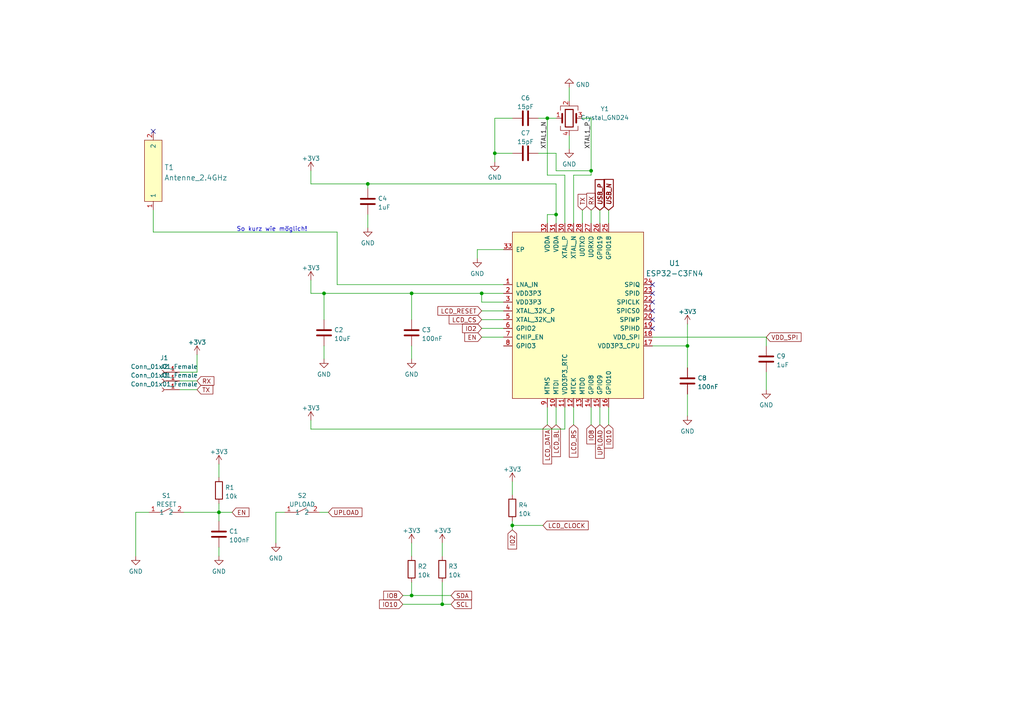
<source format=kicad_sch>
(kicad_sch (version 20211123) (generator eeschema)
  (paper "A4")
  (lib_symbols
    (symbol "01_LCSC_CUSTOM:Antenne_2.4GHz" (pin_names (offset 1.016))
      (property "Reference" "T?" (at 0 5.08 0))
      (property "Value" "Antenne_2.4GHz" (at 0 -5.08 0))
      (symbol "Antenne_2.4GHz_1_1"
        (rectangle (start -10.16 2.54) (end 7.62 -2.54) (fill (type background)))
        (pin unspecified line (at -12.7 0 0) (length 2.54) (name "1") (number "1"))
        (pin unspecified line (at 10.16 0 180) (length 2.54) (name "2") (number "2"))
      )
    )
    (symbol "01_LCSC_CUSTOM:ESP32-C3FN4" (pin_names (offset 1.016))
      (property "Reference" "U?" (at 0 31.75 0))
      (property "Value" "ESP32-C3FN4" (at 0 -31.75 0))
      (symbol "ESP32-C3FN4_1_1"
        (rectangle (start -19.05 24.13) (end 19.05 -24.13) (fill (type background)))
        (pin unspecified line (at -21.59 8.89 0) (length 2.54) (name "LNA_IN") (number "1"))
        (pin unspecified line (at -6.35 -26.67 90) (length 2.54) (name "MTDI") (number "10"))
        (pin unspecified line (at -3.81 -26.67 90) (length 2.54) (name "VDD3P3_RTC") (number "11"))
        (pin unspecified line (at -1.27 -26.67 90) (length 2.54) (name "MTCK") (number "12"))
        (pin unspecified line (at 1.27 -26.67 90) (length 2.54) (name "MTDO") (number "13"))
        (pin unspecified line (at 3.81 -26.67 90) (length 2.54) (name "GPIO8") (number "14"))
        (pin unspecified line (at 6.35 -26.67 90) (length 2.54) (name "GPIO9") (number "15"))
        (pin unspecified line (at 8.89 -26.67 90) (length 2.54) (name "GPIO10") (number "16"))
        (pin unspecified line (at 21.59 -8.89 180) (length 2.54) (name "VDD3P3_CPU") (number "17"))
        (pin unspecified line (at 21.59 -6.35 180) (length 2.54) (name "VDD_SPI") (number "18"))
        (pin unspecified line (at 21.59 -3.81 180) (length 2.54) (name "SPIHD") (number "19"))
        (pin unspecified line (at -21.59 6.35 0) (length 2.54) (name "VDD3P3") (number "2"))
        (pin unspecified line (at 21.59 -1.27 180) (length 2.54) (name "SPIWP") (number "20"))
        (pin unspecified line (at 21.59 1.27 180) (length 2.54) (name "SPICS0") (number "21"))
        (pin unspecified line (at 21.59 3.81 180) (length 2.54) (name "SPICLK") (number "22"))
        (pin unspecified line (at 21.59 6.35 180) (length 2.54) (name "SPID") (number "23"))
        (pin unspecified line (at 21.59 8.89 180) (length 2.54) (name "SPIQ") (number "24"))
        (pin unspecified line (at 8.89 26.67 270) (length 2.54) (name "GPIO18") (number "25"))
        (pin unspecified line (at 6.35 26.67 270) (length 2.54) (name "GPIO19") (number "26"))
        (pin unspecified line (at 3.81 26.67 270) (length 2.54) (name "U0RXD") (number "27"))
        (pin unspecified line (at 1.27 26.67 270) (length 2.54) (name "U0TXD") (number "28"))
        (pin unspecified line (at -1.27 26.67 270) (length 2.54) (name "XTAL_N") (number "29"))
        (pin unspecified line (at -21.59 3.81 0) (length 2.54) (name "VDD3P3") (number "3"))
        (pin unspecified line (at -3.81 26.67 270) (length 2.54) (name "XTAL_P") (number "30"))
        (pin unspecified line (at -6.35 26.67 270) (length 2.54) (name "VDDA") (number "31"))
        (pin unspecified line (at -8.89 26.67 270) (length 2.54) (name "VDDA") (number "32"))
        (pin unspecified line (at -21.59 19.05 0) (length 2.54) (name "EP") (number "33"))
        (pin unspecified line (at -21.59 1.27 0) (length 2.54) (name "XTAL_32K_P") (number "4"))
        (pin unspecified line (at -21.59 -1.27 0) (length 2.54) (name "XTAL_32K_N") (number "5"))
        (pin unspecified line (at -21.59 -3.81 0) (length 2.54) (name "GPIO2") (number "6"))
        (pin unspecified line (at -21.59 -6.35 0) (length 2.54) (name "CHIP_EN") (number "7"))
        (pin unspecified line (at -21.59 -8.89 0) (length 2.54) (name "GPIO3") (number "8"))
        (pin unspecified line (at -8.89 -26.67 90) (length 2.54) (name "MTMS") (number "9"))
      )
    )
    (symbol "Connector:Conn_01x01_Female" (pin_names (offset 1.016) hide)
      (property "Reference" "J" (at 0 2.54 0))
      (property "Value" "Conn_01x01_Female" (at 0 -2.54 0))
      (symbol "Conn_01x01_Female_1_1"
        (polyline (pts (xy -1.27 0) (xy -0.508 0)) (stroke (width 0.1524)))
        (arc (start 0 0.508) (mid -0.508 0) (end 0 -0.508) (stroke (width 0.1524)))
        (pin passive line (at -5.08 0 0) (length 3.81) (name "Pin_1") (number "1"))
      )
    )
    (symbol "Custom Integrated Circuit:Schalter_SPST_SMD"
      (property "Reference" "S" (at 0 -1.27 0))
      (property "Value" "Schalter_SPST_SMD" (at 0 3.81 0))
      (symbol "Schalter_SPST_SMD_0_1"
        (polyline (pts (xy 2.54 0) (xy 1.27 0)))
        (polyline (pts (xy -2.54 0) (xy -1.27 0) (xy 1.27 1.27)))
      )
      (symbol "Schalter_SPST_SMD_1_1"
        (pin bidirectional line (at -5.08 0 0) (length 2.54) (name "1") (number "1"))
        (pin bidirectional line (at 5.08 0 180) (length 2.54) (name "2") (number "2"))
      )
    )
    (symbol "Device:C" (pin_numbers hide) (pin_names (offset 0.254))
      (property "Reference" "C" (at 0.635 2.54 0))
      (property "Value" "C" (at 0.635 -2.54 0))
      (symbol "C_0_1"
        (polyline (pts (xy -2.032 -0.762) (xy 2.032 -0.762)) (stroke (width 0.508)))
        (polyline (pts (xy -2.032 0.762) (xy 2.032 0.762)) (stroke (width 0.508)))
      )
      (symbol "C_1_1"
        (pin passive line (at 0 3.81 270) (length 2.794) (name "~") (number "1"))
        (pin passive line (at 0 -3.81 90) (length 2.794) (name "~") (number "2"))
      )
    )
    (symbol "Device:Crystal_GND24" (pin_names (offset 1.016) hide)
      (property "Reference" "Y" (at 3.175 5.08 0))
      (property "Value" "Crystal_GND24" (at 3.175 3.175 0))
      (symbol "Crystal_GND24_0_1"
        (rectangle (start -1.143 2.54) (end 1.143 -2.54) (stroke (width 0.3048)))
        (polyline (pts (xy -2.54 0) (xy -2.032 0)))
        (polyline (pts (xy -2.032 -1.27) (xy -2.032 1.27)) (stroke (width 0.508)))
        (polyline (pts (xy 0 -3.81) (xy 0 -3.556)))
        (polyline (pts (xy 0 3.556) (xy 0 3.81)))
        (polyline (pts (xy 2.032 -1.27) (xy 2.032 1.27)) (stroke (width 0.508)))
        (polyline (pts (xy 2.032 0) (xy 2.54 0)))
        (polyline (pts (xy -2.54 -2.286) (xy -2.54 -3.556) (xy 2.54 -3.556) (xy 2.54 -2.286)))
        (polyline (pts (xy -2.54 2.286) (xy -2.54 3.556) (xy 2.54 3.556) (xy 2.54 2.286)))
      )
      (symbol "Crystal_GND24_1_1"
        (pin passive line (at -3.81 0 0) (length 1.27) (name "1") (number "1"))
        (pin passive line (at 0 5.08 270) (length 1.27) (name "2") (number "2"))
        (pin passive line (at 3.81 0 180) (length 1.27) (name "3") (number "3"))
        (pin passive line (at 0 -5.08 90) (length 1.27) (name "4") (number "4"))
      )
    )
    (symbol "Device:R" (pin_numbers hide) (pin_names (offset 0))
      (property "Reference" "R" (at 2.032 0 90))
      (property "Value" "R" (at 0 0 90))
      (symbol "R_0_1"
        (rectangle (start -1.016 -2.54) (end 1.016 2.54) (stroke (width 0.254)))
      )
      (symbol "R_1_1"
        (pin passive line (at 0 3.81 270) (length 1.27) (name "~") (number "1"))
        (pin passive line (at 0 -3.81 90) (length 1.27) (name "~") (number "2"))
      )
    )
    (symbol "power:+3V3" (power) (pin_names (offset 0))
      (property "Value" "+3V3" (at 0 3.556 0))
      (symbol "+3V3_0_1"
        (polyline (pts (xy -0.762 1.27) (xy 0 2.54)))
        (polyline (pts (xy 0 0) (xy 0 2.54)))
        (polyline (pts (xy 0 2.54) (xy 0.762 1.27)))
      )
      (symbol "+3V3_1_1"
        (pin power_in line (at 0 0 90) (length 0) hide (name "+3V3") (number "1"))
      )
    )
    (symbol "power:GND" (power) (pin_names (offset 0))
      (property "Value" "GND" (at 0 -3.81 0))
      (symbol "GND_0_1"
        (polyline (pts (xy 0 0) (xy 0 -1.27) (xy 1.27 -1.27) (xy 0 -2.54) (xy -1.27 -1.27) (xy 0 -1.27)))
      )
      (symbol "GND_1_1"
        (pin power_in line (at 0 0 270) (length 0) hide (name "GND") (number "1"))
      )
    )
  )
  (junction (at 93.98 85.09))
  (junction (at 139.7 85.09))
  (junction (at 119.38 172.72))
  (junction (at 106.68 53.34))
  (junction (at 158.75 34.29))
  (junction (at 128.27 175.26))
  (junction (at 171.45 49.53))
  (junction (at 119.38 85.09))
  (junction (at 161.29 62.23))
  (junction (at 148.59 152.4))
  (junction (at 199.39 100.33))
  (junction (at 63.5 148.59))
  (junction (at 143.51 44.45))
  (no_connect (at 189.23 82.55))
  (no_connect (at 189.23 85.09))
  (no_connect (at 189.23 87.63))
  (no_connect (at 189.23 90.17))
  (no_connect (at 189.23 92.71))
  (no_connect (at 189.23 95.25))
  (no_connect (at 44.45 38.1))
  (wire (pts (xy 158.75 50.8) (xy 163.83 50.8)))
  (wire (pts (xy 39.37 148.59) (xy 39.37 161.29)))
  (wire (pts (xy 90.17 49.53) (xy 90.17 53.34)))
  (wire (pts (xy 146.05 87.63) (xy 139.7 87.63)))
  (wire (pts (xy 139.7 85.09) (xy 146.05 85.09)))
  (wire (pts (xy 139.7 97.79) (xy 146.05 97.79)))
  (wire (pts (xy 119.38 168.91) (xy 119.38 172.72)))
  (wire (pts (xy 119.38 92.71) (xy 119.38 85.09)))
  (wire (pts (xy 93.98 92.71) (xy 93.98 85.09)))
  (wire (pts (xy 173.99 123.19) (xy 173.99 118.11)))
  (wire (pts (xy 158.75 118.11) (xy 158.75 123.19)))
  (wire (pts (xy 90.17 121.92) (xy 90.17 124.46)))
  (wire (pts (xy 161.29 49.53) (xy 171.45 49.53)))
  (wire (pts (xy 97.79 82.55) (xy 97.79 67.31)))
  (wire (pts (xy 63.5 148.59) (xy 53.34 148.59)))
  (wire (pts (xy 148.59 152.4) (xy 157.48 152.4)))
  (wire (pts (xy 158.75 34.29) (xy 158.75 50.8)))
  (wire (pts (xy 63.5 134.62) (xy 63.5 138.43)))
  (wire (pts (xy 43.18 148.59) (xy 39.37 148.59)))
  (wire (pts (xy 171.45 49.53) (xy 171.45 50.8)))
  (wire (pts (xy 92.71 148.59) (xy 95.25 148.59)))
  (wire (pts (xy 171.45 60.96) (xy 171.45 64.77)))
  (wire (pts (xy 63.5 158.75) (xy 63.5 161.29)))
  (wire (pts (xy 148.59 151.13) (xy 148.59 152.4)))
  (wire (pts (xy 161.29 118.11) (xy 161.29 123.19)))
  (wire (pts (xy 116.84 175.26) (xy 128.27 175.26)))
  (wire (pts (xy 199.39 100.33) (xy 189.23 100.33)))
  (wire (pts (xy 128.27 175.26) (xy 130.81 175.26)))
  (wire (pts (xy 166.37 64.77) (xy 166.37 50.8)))
  (wire (pts (xy 168.91 60.96) (xy 168.91 64.77)))
  (wire (pts (xy 63.5 148.59) (xy 63.5 151.13)))
  (wire (pts (xy 161.29 44.45) (xy 161.29 49.53)))
  (wire (pts (xy 143.51 34.29) (xy 143.51 44.45)))
  (wire (pts (xy 63.5 146.05) (xy 63.5 148.59)))
  (wire (pts (xy 106.68 53.34) (xy 106.68 54.61)))
  (wire (pts (xy 138.43 72.39) (xy 138.43 74.93)))
  (wire (pts (xy 93.98 100.33) (xy 93.98 104.14)))
  (wire (pts (xy 90.17 85.09) (xy 93.98 85.09)))
  (wire (pts (xy 171.45 34.29) (xy 168.91 34.29)))
  (wire (pts (xy 171.45 123.19) (xy 171.45 118.11)))
  (wire (pts (xy 156.21 44.45) (xy 161.29 44.45)))
  (wire (pts (xy 44.45 60.96) (xy 44.45 67.31)))
  (wire (pts (xy 199.39 114.3) (xy 199.39 120.65)))
  (wire (pts (xy 116.84 172.72) (xy 119.38 172.72)))
  (wire (pts (xy 90.17 124.46) (xy 163.83 124.46)))
  (wire (pts (xy 161.29 53.34) (xy 161.29 62.23)))
  (wire (pts (xy 90.17 81.28) (xy 90.17 85.09)))
  (wire (pts (xy 199.39 106.68) (xy 199.39 100.33)))
  (wire (pts (xy 199.39 93.98) (xy 199.39 100.33)))
  (wire (pts (xy 148.59 139.7) (xy 148.59 143.51)))
  (wire (pts (xy 139.7 95.25) (xy 146.05 95.25)))
  (wire (pts (xy 146.05 82.55) (xy 97.79 82.55)))
  (wire (pts (xy 139.7 90.17) (xy 146.05 90.17)))
  (wire (pts (xy 173.99 60.96) (xy 173.99 64.77)))
  (wire (pts (xy 106.68 62.23) (xy 106.68 66.04)))
  (wire (pts (xy 176.53 118.11) (xy 176.53 123.19)))
  (wire (pts (xy 119.38 157.48) (xy 119.38 161.29)))
  (wire (pts (xy 90.17 53.34) (xy 106.68 53.34)))
  (wire (pts (xy 189.23 97.79) (xy 222.25 97.79)))
  (wire (pts (xy 106.68 53.34) (xy 161.29 53.34)))
  (wire (pts (xy 171.45 34.29) (xy 171.45 49.53)))
  (wire (pts (xy 163.83 118.11) (xy 163.83 124.46)))
  (wire (pts (xy 139.7 87.63) (xy 139.7 85.09)))
  (wire (pts (xy 163.83 50.8) (xy 163.83 64.77)))
  (wire (pts (xy 119.38 85.09) (xy 139.7 85.09)))
  (wire (pts (xy 128.27 168.91) (xy 128.27 175.26)))
  (wire (pts (xy 139.7 92.71) (xy 146.05 92.71)))
  (wire (pts (xy 80.01 148.59) (xy 80.01 157.48)))
  (wire (pts (xy 143.51 46.99) (xy 143.51 44.45)))
  (wire (pts (xy 166.37 50.8) (xy 171.45 50.8)))
  (wire (pts (xy 158.75 62.23) (xy 161.29 62.23)))
  (wire (pts (xy 148.59 34.29) (xy 143.51 34.29)))
  (wire (pts (xy 146.05 72.39) (xy 138.43 72.39)))
  (wire (pts (xy 44.45 67.31) (xy 97.79 67.31)))
  (wire (pts (xy 148.59 152.4) (xy 148.59 153.67)))
  (wire (pts (xy 63.5 148.59) (xy 67.31 148.59)))
  (wire (pts (xy 161.29 62.23) (xy 161.29 64.77)))
  (wire (pts (xy 222.25 107.95) (xy 222.25 113.03)))
  (wire (pts (xy 57.15 107.95) (xy 52.07 107.95)))
  (wire (pts (xy 52.07 113.03) (xy 57.15 113.03)))
  (wire (pts (xy 161.29 34.29) (xy 158.75 34.29)))
  (wire (pts (xy 166.37 123.19) (xy 166.37 118.11)))
  (wire (pts (xy 93.98 85.09) (xy 119.38 85.09)))
  (wire (pts (xy 165.1 39.37) (xy 165.1 43.18)))
  (wire (pts (xy 119.38 172.72) (xy 130.81 172.72)))
  (wire (pts (xy 176.53 60.96) (xy 176.53 64.77)))
  (wire (pts (xy 57.15 102.87) (xy 57.15 107.95)))
  (wire (pts (xy 128.27 157.48) (xy 128.27 161.29)))
  (wire (pts (xy 222.25 97.79) (xy 222.25 100.33)))
  (wire (pts (xy 156.21 34.29) (xy 158.75 34.29)))
  (wire (pts (xy 52.07 110.49) (xy 57.15 110.49)))
  (wire (pts (xy 119.38 100.33) (xy 119.38 104.14)))
  (wire (pts (xy 143.51 44.45) (xy 148.59 44.45)))
  (wire (pts (xy 82.55 148.59) (xy 80.01 148.59)))
  (wire (pts (xy 158.75 64.77) (xy 158.75 62.23)))
  (wire (pts (xy 165.1 25.4) (xy 165.1 29.21)))
  (text "So kurz wie möglich!" (at 68.58 67.31 0) (effects (font (size 1.27 1.27)) (justify left bottom)))
  (label "XTAL1_N" (at 158.75 43.18 90))
  (label "XTAL1_P" (at 171.45 43.18 90))
  (global_label "UPLOAD" (shape input) (at 173.99 123.19 270) (property "Intersheet References" "${INTERSHEET_REFS}" (effects hide)))
  (global_label "IO2" (shape input) (at 148.59 153.67 270) (property "Intersheet References" "${INTERSHEET_REFS}" (effects hide)))
  (global_label "LCD_BL" (shape input) (at 161.29 123.19 270) (property "Intersheet References" "${INTERSHEET_REFS}" (effects hide)))
  (global_label "IO8" (shape input) (at 171.45 123.19 270) (property "Intersheet References" "${INTERSHEET_REFS}" (effects hide)))
  (global_label "UPLOAD" (shape input) (at 95.25 148.59 0) (property "Intersheet References" "${INTERSHEET_REFS}" (effects hide)))
  (global_label "IO8" (shape input) (at 116.84 172.72 180) (property "Intersheet References" "${INTERSHEET_REFS}" (effects hide)))
  (global_label "IO2" (shape input) (at 139.7 95.25 180) (property "Intersheet References" "${INTERSHEET_REFS}" (effects hide)))
  (global_label "LCD_CS" (shape input) (at 139.7 92.71 180) (property "Intersheet References" "${INTERSHEET_REFS}" (effects hide)))
  (global_label "USB_P" (shape input) (at 173.99 60.96 90) (effects (font bold italic)) (property "Intersheet References" "${INTERSHEET_REFS}" (effects hide)))
  (global_label "EN" (shape input) (at 139.7 97.79 180) (property "Intersheet References" "${INTERSHEET_REFS}" (effects hide)))
  (global_label "LCD_CLOCK" (shape input) (at 157.48 152.4 0) (property "Intersheet References" "${INTERSHEET_REFS}" (effects hide)))
  (global_label "USB_N" (shape input) (at 176.53 60.96 90) (effects (font bold italic)) (property "Intersheet References" "${INTERSHEET_REFS}" (effects hide)))
  (global_label "IO10" (shape input) (at 116.84 175.26 180) (property "Intersheet References" "${INTERSHEET_REFS}" (effects hide)))
  (global_label "SCL" (shape input) (at 130.81 175.26 0) (property "Intersheet References" "${INTERSHEET_REFS}" (effects hide)))
  (global_label "RX" (shape input) (at 57.15 110.49 0) (property "Intersheet References" "${INTERSHEET_REFS}" (effects hide)))
  (global_label "LCD_RS" (shape input) (at 166.37 123.19 270) (property "Intersheet References" "${INTERSHEET_REFS}" (effects hide)))
  (global_label "EN" (shape input) (at 67.31 148.59 0) (property "Intersheet References" "${INTERSHEET_REFS}" (effects hide)))
  (global_label "TX" (shape input) (at 168.91 60.96 90) (property "Intersheet References" "${INTERSHEET_REFS}" (effects hide)))
  (global_label "LCD_RESET" (shape input) (at 139.7 90.17 180) (property "Intersheet References" "${INTERSHEET_REFS}" (effects hide)))
  (global_label "LCD_DATA" (shape input) (at 158.75 123.19 270) (property "Intersheet References" "${INTERSHEET_REFS}" (effects hide)))
  (global_label "RX" (shape input) (at 171.45 60.96 90) (property "Intersheet References" "${INTERSHEET_REFS}" (effects hide)))
  (global_label "IO10" (shape input) (at 176.53 123.19 270) (property "Intersheet References" "${INTERSHEET_REFS}" (effects hide)))
  (global_label "SDA" (shape input) (at 130.81 172.72 0) (property "Intersheet References" "${INTERSHEET_REFS}" (effects hide)))
  (global_label "TX" (shape input) (at 57.15 113.03 0) (property "Intersheet References" "${INTERSHEET_REFS}" (effects hide)))
  (global_label "VDD_SPI" (shape input) (at 222.25 97.79 0) (property "Intersheet References" "${INTERSHEET_REFS}" (effects hide)))
  (symbol (lib_id "power:GND") (at 119.38 104.14 0) (unit 1)
    (property "Reference" "#PWR0102" (effects hide))
    (property "Value" "GND" (at 119.38 108.5834 0))
  )
  (symbol (lib_id "Connector:Conn_01x01_Female") (at 46.99 110.49 180) (unit 1)
    (property "Reference" "J2" (at 47.625 106.333 0))
    (property "Value" "Conn_01x01_Female" (at 47.625 108.8699 0))
    (property "Footprint" "TestPoint:TestPoint_Pad_D1.0mm" (effects hide))
  )
  (symbol (lib_id "Device:C") (at 63.5 154.94 0) (unit 1)
    (property "Reference" "C1" (at 66.421 154.1053 0) (effects (justify left)))
    (property "Value" "100nF" (at 66.421 156.6422 0) (effects (justify left)))
    (property "Footprint" "Capacitor_SMD:C_0402_1005Metric" (effects hide))
  )
  (symbol (lib_id "power:GND") (at 80.01 157.48 0) (unit 1)
    (property "Reference" "#PWR0114" (effects hide))
    (property "Value" "GND" (at 80.01 161.9234 0))
  )
  (symbol (lib_id "power:GND") (at 106.68 66.04 0) (unit 1)
    (property "Reference" "#PWR0101" (effects hide))
    (property "Value" "GND" (at 106.68 70.4834 0))
  )
  (symbol (lib_id "Device:C") (at 199.39 110.49 0) (unit 1)
    (property "Reference" "C8" (at 202.311 109.6553 0) (effects (justify left)))
    (property "Value" "100nF" (at 202.311 112.1922 0) (effects (justify left)))
    (property "Footprint" "Capacitor_SMD:C_0402_1005Metric" (effects hide))
  )
  (symbol (lib_id "Device:C") (at 106.68 58.42 0) (unit 1)
    (property "Reference" "C4" (at 109.601 57.5853 0) (effects (justify left)))
    (property "Value" "1uF" (at 109.601 60.1222 0) (effects (justify left)))
    (property "Footprint" "Capacitor_SMD:C_0603_1608Metric" (effects hide))
  )
  (symbol (lib_id "power:GND") (at 138.43 74.93 0) (unit 1)
    (property "Reference" "#PWR0103" (effects hide))
    (property "Value" "GND" (at 138.43 79.3734 0))
  )
  (symbol (lib_id "Device:Crystal_GND24") (at 165.1 34.29 0) (unit 1)
    (property "Reference" "Y1" (at 175.4067 31.5809 0))
    (property "Value" "Crystal_GND24" (at 175.4067 34.1178 0))
    (property "Footprint" "Crystal:Crystal_SMD_3225-4Pin_3.2x2.5mm" (effects hide))
  )
  (symbol (lib_id "power:GND") (at 222.25 113.03 0) (unit 1)
    (property "Reference" "#PWR0112" (effects hide))
    (property "Value" "GND" (at 222.25 117.4734 0))
  )
  (symbol (lib_id "power:GND") (at 165.1 43.18 0) (unit 1)
    (property "Reference" "#PWR0110" (effects hide))
    (property "Value" "GND" (at 165.1 47.6234 0))
  )
  (symbol (lib_id "Device:R") (at 148.59 147.32 180) (unit 1)
    (property "Reference" "R4" (at 150.368 146.4853 0) (effects (justify right)))
    (property "Value" "10k" (at 150.368 149.0222 0) (effects (justify right)))
    (property "Footprint" "Resistor_SMD:R_0402_1005Metric" (effects hide))
  )
  (symbol (lib_id "power:GND") (at 93.98 104.14 0) (unit 1)
    (property "Reference" "#PWR0105" (effects hide))
    (property "Value" "GND" (at 93.98 108.5834 0))
  )
  (symbol (lib_id "01_LCSC_CUSTOM:ESP32-C3FN4") (at 167.64 91.44 0) (unit 1)
    (property "Reference" "U1" (at 195.6571 76.3322 0) (effects (font (size 1.524 1.524))))
    (property "Value" "ESP32-C3FN4" (at 195.6571 79.3256 0) (effects (font (size 1.524 1.524))))
    (property "Footprint" "Package_DFN_QFN:QFN-32-1EP_5x5mm_P0.5mm_EP3.7x3.7mm" (effects hide))
    (property "Manufacturer" "null" (effects hide))
    (property "LCSC Part" "C2848860" (effects hide))
    (property "JLC Part" "Extended Part" (effects hide))
  )
  (symbol (lib_id "power:+3V3") (at 63.5 134.62 0) (unit 1)
    (property "Reference" "#PWR0115" (effects hide))
    (property "Value" "+3V3" (at 63.5 131.0442 0))
  )
  (symbol (lib_id "power:+3V3") (at 90.17 121.92 0) (unit 1)
    (property "Reference" "#PWR0117" (effects hide))
    (property "Value" "+3V3" (at 90.17 118.3442 0))
  )
  (symbol (lib_id "Device:C") (at 152.4 34.29 90) (unit 1)
    (property "Reference" "C6" (at 152.4 28.4312 90))
    (property "Value" "15pF" (at 152.4 30.9681 90))
    (property "Footprint" "Capacitor_SMD:C_0603_1608Metric" (effects hide))
  )
  (symbol (lib_id "power:GND") (at 39.37 161.29 0) (unit 1)
    (property "Reference" "#PWR0118" (effects hide))
    (property "Value" "GND" (at 39.37 165.7334 0))
  )
  (symbol (lib_id "power:+3V3") (at 199.39 93.98 0) (unit 1)
    (property "Reference" "#PWR0113" (effects hide))
    (property "Value" "+3V3" (at 199.39 90.4042 0))
  )
  (symbol (lib_id "power:+3V3") (at 57.15 102.87 0) (unit 1)
    (property "Reference" "#PWR0106" (effects hide))
    (property "Value" "+3V3" (at 57.15 99.2942 0))
  )
  (symbol (lib_id "power:+3V3") (at 90.17 81.28 0) (unit 1)
    (property "Reference" "#PWR0107" (effects hide))
    (property "Value" "+3V3" (at 90.17 77.7042 0))
  )
  (symbol (lib_id "power:GND") (at 143.51 46.99 0) (unit 1)
    (property "Reference" "#PWR0109" (effects hide))
    (property "Value" "GND" (at 143.51 51.4334 0))
  )
  (symbol (lib_id "Device:R") (at 63.5 142.24 180) (unit 1)
    (property "Reference" "R1" (at 65.278 141.4053 0) (effects (justify right)))
    (property "Value" "10k" (at 65.278 143.9422 0) (effects (justify right)))
    (property "Footprint" "Resistor_SMD:R_0402_1005Metric" (effects hide))
  )
  (symbol (lib_id "Connector:Conn_01x01_Female") (at 46.99 113.03 180) (unit 1)
    (property "Reference" "J3" (at 47.625 108.873 0))
    (property "Value" "Conn_01x01_Female" (at 47.625 111.4099 0))
    (property "Footprint" "TestPoint:TestPoint_Pad_D1.0mm" (effects hide))
  )
  (symbol (lib_id "Custom Integrated Circuit:Schalter_SPST_SMD") (at 48.26 148.59 0) (unit 1)
    (property "Reference" "S1" (at 48.26 143.7472 0))
    (property "Value" "RESET" (at 48.26 146.2841 0))
    (property "Footprint" "01_LCSC_CUSTOM:SMD_Taster_Seitenbetaetigt" (effects hide))
  )
  (symbol (lib_id "Device:R") (at 128.27 165.1 180) (unit 1)
    (property "Reference" "R3" (at 130.048 164.2653 0) (effects (justify right)))
    (property "Value" "10k" (at 130.048 166.8022 0) (effects (justify right)))
    (property "Footprint" "Resistor_SMD:R_0402_1005Metric" (effects hide))
  )
  (symbol (lib_id "Device:C") (at 152.4 44.45 90) (unit 1)
    (property "Reference" "C7" (at 152.4 38.5912 90))
    (property "Value" "15pF" (at 152.4 41.1281 90))
    (property "Footprint" "Capacitor_SMD:C_0603_1608Metric" (effects hide))
  )
  (symbol (lib_id "power:GND") (at 63.5 161.29 0) (unit 1)
    (property "Reference" "#PWR0119" (effects hide))
    (property "Value" "GND" (at 63.5 165.7334 0))
  )
  (symbol (lib_id "Device:C") (at 93.98 96.52 0) (unit 1)
    (property "Reference" "C2" (at 96.901 95.6853 0) (effects (justify left)))
    (property "Value" "10uF" (at 96.901 98.2222 0) (effects (justify left)))
    (property "Footprint" "Capacitor_SMD:C_0402_1005Metric" (effects hide))
  )
  (symbol (lib_id "Device:C") (at 119.38 96.52 0) (unit 1)
    (property "Reference" "C3" (at 122.301 95.6853 0) (effects (justify left)))
    (property "Value" "100nF" (at 122.301 98.2222 0) (effects (justify left)))
    (property "Footprint" "Capacitor_SMD:C_0402_1005Metric" (effects hide))
  )
  (symbol (lib_id "01_LCSC_CUSTOM:Antenne_2.4GHz") (at 44.45 48.26 90) (unit 1)
    (property "Reference" "T1" (at 47.625 48.5538 90) (effects (font (size 1.524 1.524)) (justify right)))
    (property "Value" "Antenne_2.4GHz" (at 47.625 51.5472 90) (effects (font (size 1.524 1.524)) (justify right)))
    (property "Footprint" "01_LCSC_CUSTOM:Antenne_2.4GHz" (effects hide))
    (property "Datasheet" "https://lcsc.com/product-detail/Others_YAGEO-ANT3216LL00R2400A_C293767.html" (effects hide))
    (property "Manufacturer" "YAGEO" (effects hide))
    (property "LCSC Part" "C293767" (effects hide))
    (property "JLC Part" "Extended Part" (effects hide))
  )
  (symbol (lib_id "power:+3V3") (at 128.27 157.48 0) (unit 1)
    (property "Reference" "#PWR0122" (effects hide))
    (property "Value" "+3V3" (at 128.27 153.9042 0))
  )
  (symbol (lib_id "power:+3V3") (at 119.38 157.48 0) (unit 1)
    (property "Reference" "#PWR0121" (effects hide))
    (property "Value" "+3V3" (at 119.38 153.9042 0))
  )
  (symbol (lib_id "power:GND") (at 165.1 25.4 180) (unit 1)
    (property "Reference" "#PWR0108" (effects hide))
    (property "Value" "GND" (at 167.005 24.5638 0) (effects (justify right)))
  )
  (symbol (lib_id "power:+3V3") (at 90.17 49.53 0) (unit 1)
    (property "Reference" "#PWR0104" (effects hide))
    (property "Value" "+3V3" (at 90.17 45.9542 0))
  )
  (symbol (lib_id "Device:C") (at 222.25 104.14 0) (unit 1)
    (property "Reference" "C9" (at 225.171 103.3053 0) (effects (justify left)))
    (property "Value" "1uF" (at 225.171 105.8422 0) (effects (justify left)))
    (property "Footprint" "Capacitor_SMD:C_0603_1608Metric" (effects hide))
  )
  (symbol (lib_id "Custom Integrated Circuit:Schalter_SPST_SMD") (at 87.63 148.59 0) (unit 1)
    (property "Reference" "S2" (at 87.63 143.7472 0))
    (property "Value" "UPLOAD" (at 87.63 146.2841 0))
    (property "Footprint" "01_LCSC_CUSTOM:SMD_Taster_Seitenbetaetigt" (effects hide))
  )
  (symbol (lib_id "Connector:Conn_01x01_Female") (at 46.99 107.95 180) (unit 1)
    (property "Reference" "J1" (at 47.625 103.793 0))
    (property "Value" "Conn_01x01_Female" (at 47.625 106.3299 0))
    (property "Footprint" "TestPoint:TestPoint_Pad_D1.0mm" (effects hide))
  )
  (symbol (lib_id "power:GND") (at 199.39 120.65 0) (unit 1)
    (property "Reference" "#PWR0111" (effects hide))
    (property "Value" "GND" (at 199.39 125.0934 0))
  )
  (symbol (lib_id "Device:R") (at 119.38 165.1 180) (unit 1)
    (property "Reference" "R2" (at 121.158 164.2653 0) (effects (justify right)))
    (property "Value" "10k" (at 121.158 166.8022 0) (effects (justify right)))
    (property "Footprint" "Resistor_SMD:R_0402_1005Metric" (effects hide))
  )
  (symbol (lib_id "power:+3V3") (at 148.59 139.7 0) (unit 1)
    (property "Reference" "#PWR0120" (effects hide))
    (property "Value" "+3V3" (at 148.59 136.1242 0))
  )
  (sheet (at 298.45 15.24) (size 44.45 21.59) (stroke (width 0.1524))
    (property "Sheet name" "USB" (at 298.45 14.5284 0) (effects (justify left bottom)))
    (property "Sheet file" "usbc.kicad_sch" (at 298.45 37.4146 0) (effects (justify left top)))
  )
  (sheet (at 298.45 86.36) (size 44.45 20.32) (stroke (width 0.1524))
    (property "Sheet name" "Display" (at 298.45 85.6484 0) (effects (justify left bottom)))
    (property "Sheet file" "display.kicad_sch" (at 298.45 107.2646 0) (effects (justify left top)))
  )
  (sheet (at 298.45 48.26) (size 44.45 25.4) (stroke (width 0.1524))
    (property "Sheet name" "PSU" (at 298.45 47.5484 0) (effects (justify left bottom)))
    (property "Sheet file" "psu.kicad_sch" (at 298.45 74.2446 0) (effects (justify left top)))
  )
)
</source>
